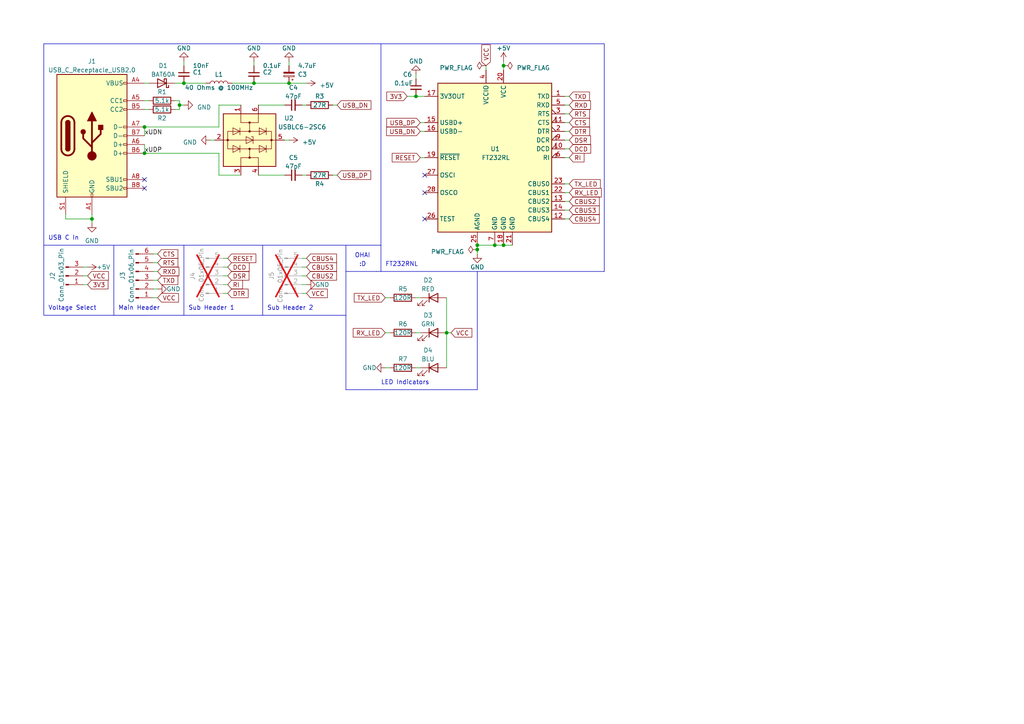
<source format=kicad_sch>
(kicad_sch (version 20230121) (generator eeschema)
  (paper "A4")
  (lib_symbols
    (symbol "Connector:Conn_01x03_Pin" (pin_names (offset 1.016) hide)
      (property "Reference" "J" (at 0 5.08 0))
      (property "Value" "Conn_01x03_Pin" (at 0 -5.08 0))
      (symbol "Conn_01x03_Pin_1_1"
        (polyline (pts (xy 1.27 -2.54) (xy 0.8636 -2.54)) (stroke (width 0.1524)))
        (polyline (pts (xy 1.27 0) (xy 0.8636 0)) (stroke (width 0.1524)))
        (polyline (pts (xy 1.27 2.54) (xy 0.8636 2.54)) (stroke (width 0.1524)))
        (rectangle (start 0.8636 -2.413) (end 0 -2.667) (stroke (width 0.1524)) (fill (type outline)))
        (rectangle (start 0.8636 0.127) (end 0 -0.127) (stroke (width 0.1524)) (fill (type outline)))
        (rectangle (start 0.8636 2.667) (end 0 2.413) (stroke (width 0.1524)) (fill (type outline)))
        (pin passive line (at 5.08 2.54 180) (length 3.81) (name "Pin_1") (number "1"))
        (pin passive line (at 5.08 0 180) (length 3.81) (name "Pin_2") (number "2"))
        (pin passive line (at 5.08 -2.54 180) (length 3.81) (name "Pin_3") (number "3"))
      )
    )
    (symbol "Connector:Conn_01x05_Pin" (pin_names (offset 1.016) hide)
      (property "Reference" "J" (at 0 7.62 0))
      (property "Value" "Conn_01x05_Pin" (at 0 -7.62 0))
      (symbol "Conn_01x05_Pin_1_1"
        (polyline (pts (xy 1.27 -5.08) (xy 0.8636 -5.08)) (stroke (width 0.1524)))
        (polyline (pts (xy 1.27 -2.54) (xy 0.8636 -2.54)) (stroke (width 0.1524)))
        (polyline (pts (xy 1.27 0) (xy 0.8636 0)) (stroke (width 0.1524)))
        (polyline (pts (xy 1.27 2.54) (xy 0.8636 2.54)) (stroke (width 0.1524)))
        (polyline (pts (xy 1.27 5.08) (xy 0.8636 5.08)) (stroke (width 0.1524)))
        (rectangle (start 0.8636 -4.953) (end 0 -5.207) (stroke (width 0.1524)) (fill (type outline)))
        (rectangle (start 0.8636 -2.413) (end 0 -2.667) (stroke (width 0.1524)) (fill (type outline)))
        (rectangle (start 0.8636 0.127) (end 0 -0.127) (stroke (width 0.1524)) (fill (type outline)))
        (rectangle (start 0.8636 2.667) (end 0 2.413) (stroke (width 0.1524)) (fill (type outline)))
        (rectangle (start 0.8636 5.207) (end 0 4.953) (stroke (width 0.1524)) (fill (type outline)))
        (pin passive line (at 5.08 5.08 180) (length 3.81) (name "Pin_1") (number "1"))
        (pin passive line (at 5.08 2.54 180) (length 3.81) (name "Pin_2") (number "2"))
        (pin passive line (at 5.08 0 180) (length 3.81) (name "Pin_3") (number "3"))
        (pin passive line (at 5.08 -2.54 180) (length 3.81) (name "Pin_4") (number "4"))
        (pin passive line (at 5.08 -5.08 180) (length 3.81) (name "Pin_5") (number "5"))
      )
    )
    (symbol "Connector:Conn_01x06_Pin" (pin_names (offset 1.016) hide)
      (property "Reference" "J" (at 0 7.62 0))
      (property "Value" "Conn_01x06_Pin" (at 0 -10.16 0))
      (symbol "Conn_01x06_Pin_1_1"
        (polyline (pts (xy 1.27 -7.62) (xy 0.8636 -7.62)) (stroke (width 0.1524)))
        (polyline (pts (xy 1.27 -5.08) (xy 0.8636 -5.08)) (stroke (width 0.1524)))
        (polyline (pts (xy 1.27 -2.54) (xy 0.8636 -2.54)) (stroke (width 0.1524)))
        (polyline (pts (xy 1.27 0) (xy 0.8636 0)) (stroke (width 0.1524)))
        (polyline (pts (xy 1.27 2.54) (xy 0.8636 2.54)) (stroke (width 0.1524)))
        (polyline (pts (xy 1.27 5.08) (xy 0.8636 5.08)) (stroke (width 0.1524)))
        (rectangle (start 0.8636 -7.493) (end 0 -7.747) (stroke (width 0.1524)) (fill (type outline)))
        (rectangle (start 0.8636 -4.953) (end 0 -5.207) (stroke (width 0.1524)) (fill (type outline)))
        (rectangle (start 0.8636 -2.413) (end 0 -2.667) (stroke (width 0.1524)) (fill (type outline)))
        (rectangle (start 0.8636 0.127) (end 0 -0.127) (stroke (width 0.1524)) (fill (type outline)))
        (rectangle (start 0.8636 2.667) (end 0 2.413) (stroke (width 0.1524)) (fill (type outline)))
        (rectangle (start 0.8636 5.207) (end 0 4.953) (stroke (width 0.1524)) (fill (type outline)))
        (pin passive line (at 5.08 5.08 180) (length 3.81) (name "Pin_1") (number "1"))
        (pin passive line (at 5.08 2.54 180) (length 3.81) (name "Pin_2") (number "2"))
        (pin passive line (at 5.08 0 180) (length 3.81) (name "Pin_3") (number "3"))
        (pin passive line (at 5.08 -2.54 180) (length 3.81) (name "Pin_4") (number "4"))
        (pin passive line (at 5.08 -5.08 180) (length 3.81) (name "Pin_5") (number "5"))
        (pin passive line (at 5.08 -7.62 180) (length 3.81) (name "Pin_6") (number "6"))
      )
    )
    (symbol "Connector:USB_C_Receptacle_USB2.0" (pin_names (offset 1.016))
      (property "Reference" "J" (at -10.16 19.05 0))
      (property "Value" "USB_C_Receptacle_USB2.0" (at 19.05 19.05 0))
      (symbol "USB_C_Receptacle_USB2.0_0_0"
        (rectangle (start -0.254 -17.78) (end 0.254 -16.764))
        (rectangle (start 10.16 -14.986) (end 9.144 -15.494))
        (rectangle (start 10.16 -12.446) (end 9.144 -12.954))
        (rectangle (start 10.16 -4.826) (end 9.144 -5.334))
        (rectangle (start 10.16 -2.286) (end 9.144 -2.794))
        (rectangle (start 10.16 0.254) (end 9.144 -0.254))
        (rectangle (start 10.16 2.794) (end 9.144 2.286))
        (rectangle (start 10.16 7.874) (end 9.144 7.366))
        (rectangle (start 10.16 10.414) (end 9.144 9.906))
        (rectangle (start 10.16 15.494) (end 9.144 14.986))
      )
      (symbol "USB_C_Receptacle_USB2.0_0_1"
        (rectangle (start -10.16 17.78) (end 10.16 -17.78) (stroke (width 0.254)) (fill (type background)))
        (arc (start -8.89 -3.81) (mid -6.985 -5.7067) (end -5.08 -3.81) (stroke (width 0.508)))
        (arc (start -7.62 -3.81) (mid -6.985 -4.4423) (end -6.35 -3.81) (stroke (width 0.254)))
        (arc (start -7.62 -3.81) (mid -6.985 -4.4423) (end -6.35 -3.81) (stroke (width 0.254)) (fill (type outline)))
        (rectangle (start -7.62 -3.81) (end -6.35 3.81) (stroke (width 0.254)) (fill (type outline)))
        (arc (start -6.35 3.81) (mid -6.985 4.4423) (end -7.62 3.81) (stroke (width 0.254)))
        (arc (start -6.35 3.81) (mid -6.985 4.4423) (end -7.62 3.81) (stroke (width 0.254)) (fill (type outline)))
        (arc (start -5.08 3.81) (mid -6.985 5.7067) (end -8.89 3.81) (stroke (width 0.508)))
        (circle (center -2.54 1.143) (radius 0.635) (stroke (width 0.254)) (fill (type outline)))
        (circle (center 0 -5.842) (radius 1.27) (fill (type outline)))
        (polyline (pts (xy -8.89 -3.81) (xy -8.89 3.81)) (stroke (width 0.508)))
        (polyline (pts (xy -5.08 3.81) (xy -5.08 -3.81)) (stroke (width 0.508)))
        (polyline (pts (xy 0 -5.842) (xy 0 4.318)) (stroke (width 0.508)))
        (polyline (pts (xy 0 -3.302) (xy -2.54 -0.762) (xy -2.54 0.508)) (stroke (width 0.508)))
        (polyline (pts (xy 0 -2.032) (xy 2.54 0.508) (xy 2.54 1.778)) (stroke (width 0.508)))
        (polyline (pts (xy -1.27 4.318) (xy 0 6.858) (xy 1.27 4.318) (xy -1.27 4.318)) (stroke (width 0.254)) (fill (type outline)))
        (rectangle (start 1.905 1.778) (end 3.175 3.048) (stroke (width 0.254)) (fill (type outline)))
      )
      (symbol "USB_C_Receptacle_USB2.0_1_1"
        (pin passive line (at 0 -22.86 90) (length 5.08) (name "GND") (number "A1"))
        (pin passive line (at 0 -22.86 90) (length 5.08) hide (name "GND") (number "A12"))
        (pin passive line (at 15.24 15.24 180) (length 5.08) (name "VBUS") (number "A4"))
        (pin bidirectional line (at 15.24 10.16 180) (length 5.08) (name "CC1") (number "A5"))
        (pin bidirectional line (at 15.24 -2.54 180) (length 5.08) (name "D+") (number "A6"))
        (pin bidirectional line (at 15.24 2.54 180) (length 5.08) (name "D-") (number "A7"))
        (pin bidirectional line (at 15.24 -12.7 180) (length 5.08) (name "SBU1") (number "A8"))
        (pin passive line (at 15.24 15.24 180) (length 5.08) hide (name "VBUS") (number "A9"))
        (pin passive line (at 0 -22.86 90) (length 5.08) hide (name "GND") (number "B1"))
        (pin passive line (at 0 -22.86 90) (length 5.08) hide (name "GND") (number "B12"))
        (pin passive line (at 15.24 15.24 180) (length 5.08) hide (name "VBUS") (number "B4"))
        (pin bidirectional line (at 15.24 7.62 180) (length 5.08) (name "CC2") (number "B5"))
        (pin bidirectional line (at 15.24 -5.08 180) (length 5.08) (name "D+") (number "B6"))
        (pin bidirectional line (at 15.24 0 180) (length 5.08) (name "D-") (number "B7"))
        (pin bidirectional line (at 15.24 -15.24 180) (length 5.08) (name "SBU2") (number "B8"))
        (pin passive line (at 15.24 15.24 180) (length 5.08) hide (name "VBUS") (number "B9"))
        (pin passive line (at -7.62 -22.86 90) (length 5.08) (name "SHIELD") (number "S1"))
      )
    )
    (symbol "Device:C_Polarized_Small" (pin_numbers hide) (pin_names (offset 0.254) hide)
      (property "Reference" "C" (at 0.254 1.778 0))
      (property "Value" "C_Polarized_Small" (at 0.254 -2.032 0))
      (symbol "C_Polarized_Small_0_1"
        (rectangle (start -1.524 -0.3048) (end 1.524 -0.6858) (fill (type outline)))
        (rectangle (start -1.524 0.6858) (end 1.524 0.3048))
        (polyline (pts (xy -1.27 1.524) (xy -0.762 1.524)))
        (polyline (pts (xy -1.016 1.27) (xy -1.016 1.778)))
      )
      (symbol "C_Polarized_Small_1_1"
        (pin passive line (at 0 2.54 270) (length 1.8542) (name "~") (number "1"))
        (pin passive line (at 0 -2.54 90) (length 1.8542) (name "~") (number "2"))
      )
    )
    (symbol "Device:C_Small" (pin_numbers hide) (pin_names (offset 0.254) hide)
      (property "Reference" "C" (at 0.254 1.778 0))
      (property "Value" "C_Small" (at 0.254 -2.032 0))
      (symbol "C_Small_0_1"
        (polyline (pts (xy -1.524 -0.508) (xy 1.524 -0.508)) (stroke (width 0.3302)))
        (polyline (pts (xy -1.524 0.508) (xy 1.524 0.508)) (stroke (width 0.3048)))
      )
      (symbol "C_Small_1_1"
        (pin passive line (at 0 2.54 270) (length 2.032) (name "~") (number "1"))
        (pin passive line (at 0 -2.54 90) (length 2.032) (name "~") (number "2"))
      )
    )
    (symbol "Device:L" (pin_numbers hide) (pin_names (offset 1.016) hide)
      (property "Reference" "L" (at -1.27 0 90))
      (property "Value" "L" (at 1.905 0 90))
      (symbol "L_0_1"
        (arc (start 0 -2.54) (mid 0.6323 -1.905) (end 0 -1.27))
        (arc (start 0 -1.27) (mid 0.6323 -0.635) (end 0 0))
        (arc (start 0 0) (mid 0.6323 0.635) (end 0 1.27))
        (arc (start 0 1.27) (mid 0.6323 1.905) (end 0 2.54))
      )
      (symbol "L_1_1"
        (pin passive line (at 0 3.81 270) (length 1.27) (name "1") (number "1"))
        (pin passive line (at 0 -3.81 90) (length 1.27) (name "2") (number "2"))
      )
    )
    (symbol "Device:LED" (pin_numbers hide) (pin_names (offset 1.016) hide)
      (property "Reference" "D" (at 0 2.54 0))
      (property "Value" "LED" (at 0 -2.54 0))
      (symbol "LED_0_1"
        (polyline (pts (xy -1.27 -1.27) (xy -1.27 1.27)) (stroke (width 0.254)))
        (polyline (pts (xy -1.27 0) (xy 1.27 0)))
        (polyline (pts (xy 1.27 -1.27) (xy 1.27 1.27) (xy -1.27 0) (xy 1.27 -1.27)) (stroke (width 0.254)))
        (polyline (pts (xy -3.048 -0.762) (xy -4.572 -2.286) (xy -3.81 -2.286) (xy -4.572 -2.286) (xy -4.572 -1.524)))
        (polyline (pts (xy -1.778 -0.762) (xy -3.302 -2.286) (xy -2.54 -2.286) (xy -3.302 -2.286) (xy -3.302 -1.524)))
      )
      (symbol "LED_1_1"
        (pin passive line (at -3.81 0 0) (length 2.54) (name "K") (number "1"))
        (pin passive line (at 3.81 0 180) (length 2.54) (name "A") (number "2"))
      )
    )
    (symbol "Device:R" (pin_numbers hide) (pin_names (offset 0))
      (property "Reference" "R" (at 2.032 0 90))
      (property "Value" "R" (at 0 0 90))
      (symbol "R_0_1"
        (rectangle (start -1.016 -2.54) (end 1.016 2.54) (stroke (width 0.254)))
      )
      (symbol "R_1_1"
        (pin passive line (at 0 3.81 270) (length 1.27) (name "~") (number "1"))
        (pin passive line (at 0 -3.81 90) (length 1.27) (name "~") (number "2"))
      )
    )
    (symbol "Diode:BAT60A" (pin_numbers hide) (pin_names (offset 1.016) hide)
      (property "Reference" "D" (at 0 2.54 0))
      (property "Value" "BAT60A" (at 0 -2.54 0))
      (symbol "BAT60A_0_1"
        (polyline (pts (xy 1.27 0) (xy -1.27 0)))
        (polyline (pts (xy 1.27 1.27) (xy 1.27 -1.27) (xy -1.27 0) (xy 1.27 1.27)) (stroke (width 0.254)))
        (polyline (pts (xy -1.905 0.635) (xy -1.905 1.27) (xy -1.27 1.27) (xy -1.27 -1.27) (xy -0.635 -1.27) (xy -0.635 -0.635)) (stroke (width 0.254)))
      )
      (symbol "BAT60A_1_1"
        (pin passive line (at -3.81 0 0) (length 2.54) (name "K") (number "1"))
        (pin passive line (at 3.81 0 180) (length 2.54) (name "A") (number "2"))
      )
    )
    (symbol "Interface_USB:FT232RL"
      (property "Reference" "U" (at -16.51 22.86 0))
      (property "Value" "FT232RL" (at 10.16 22.86 0))
      (symbol "FT232RL_0_1"
        (rectangle (start -16.51 21.59) (end 16.51 -21.59) (stroke (width 0.254)) (fill (type background)))
      )
      (symbol "FT232RL_1_1"
        (pin output line (at 20.32 17.78 180) (length 3.81) (name "TXD") (number "1"))
        (pin input input_low (at 20.32 2.54 180) (length 3.81) (name "DCD") (number "10"))
        (pin input input_low (at 20.32 10.16 180) (length 3.81) (name "CTS") (number "11"))
        (pin bidirectional line (at 20.32 -17.78 180) (length 3.81) (name "CBUS4") (number "12"))
        (pin bidirectional line (at 20.32 -12.7 180) (length 3.81) (name "CBUS2") (number "13"))
        (pin bidirectional line (at 20.32 -15.24 180) (length 3.81) (name "CBUS3") (number "14"))
        (pin bidirectional line (at -20.32 10.16 0) (length 3.81) (name "USBD+") (number "15"))
        (pin bidirectional line (at -20.32 7.62 0) (length 3.81) (name "USBD-") (number "16"))
        (pin power_out line (at -20.32 17.78 0) (length 3.81) (name "3V3OUT") (number "17"))
        (pin power_in line (at 2.54 -25.4 90) (length 3.81) (name "GND") (number "18"))
        (pin input line (at -20.32 0 0) (length 3.81) (name "~{RESET}") (number "19"))
        (pin output output_low (at 20.32 7.62 180) (length 3.81) (name "DTR") (number "2"))
        (pin power_in line (at 2.54 25.4 270) (length 3.81) (name "VCC") (number "20"))
        (pin power_in line (at 5.08 -25.4 90) (length 3.81) (name "GND") (number "21"))
        (pin bidirectional line (at 20.32 -10.16 180) (length 3.81) (name "CBUS1") (number "22"))
        (pin bidirectional line (at 20.32 -7.62 180) (length 3.81) (name "CBUS0") (number "23"))
        (pin power_in line (at -5.08 -25.4 90) (length 3.81) (name "AGND") (number "25"))
        (pin input line (at -20.32 -17.78 0) (length 3.81) (name "TEST") (number "26"))
        (pin input line (at -20.32 -5.08 0) (length 3.81) (name "OSCI") (number "27"))
        (pin output line (at -20.32 -10.16 0) (length 3.81) (name "OSCO") (number "28"))
        (pin output output_low (at 20.32 12.7 180) (length 3.81) (name "RTS") (number "3"))
        (pin power_in line (at -2.54 25.4 270) (length 3.81) (name "VCCIO") (number "4"))
        (pin input line (at 20.32 15.24 180) (length 3.81) (name "RXD") (number "5"))
        (pin input input_low (at 20.32 0 180) (length 3.81) (name "RI") (number "6"))
        (pin power_in line (at 0 -25.4 90) (length 3.81) (name "GND") (number "7"))
        (pin input input_low (at 20.32 5.08 180) (length 3.81) (name "DCR") (number "9"))
      )
    )
    (symbol "Power_Protection:USBLC6-2SC6" (pin_names hide)
      (property "Reference" "U" (at 2.54 8.89 0))
      (property "Value" "USBLC6-2SC6" (at 2.54 -8.89 0))
      (symbol "USBLC6-2SC6_0_1"
        (rectangle (start -7.62 -7.62) (end 7.62 7.62) (stroke (width 0.254)) (fill (type background)))
        (circle (center -5.08 0) (radius 0.254) (fill (type outline)))
        (circle (center -2.54 0) (radius 0.254) (fill (type outline)))
        (rectangle (start -2.54 6.35) (end 2.54 -6.35))
        (circle (center 0 -6.35) (radius 0.254) (fill (type outline)))
        (polyline (pts (xy -5.08 -2.54) (xy -7.62 -2.54)))
        (polyline (pts (xy -5.08 0) (xy -5.08 -2.54)))
        (polyline (pts (xy -5.08 2.54) (xy -7.62 2.54)))
        (polyline (pts (xy -1.524 -2.794) (xy -3.556 -2.794)))
        (polyline (pts (xy -1.524 4.826) (xy -3.556 4.826)))
        (polyline (pts (xy 0 -7.62) (xy 0 -6.35)))
        (polyline (pts (xy 0 -6.35) (xy 0 1.27)))
        (polyline (pts (xy 0 1.27) (xy 0 6.35)))
        (polyline (pts (xy 0 6.35) (xy 0 7.62)))
        (polyline (pts (xy 1.524 -2.794) (xy 3.556 -2.794)))
        (polyline (pts (xy 1.524 4.826) (xy 3.556 4.826)))
        (polyline (pts (xy 5.08 -2.54) (xy 7.62 -2.54)))
        (polyline (pts (xy 5.08 0) (xy 5.08 -2.54)))
        (polyline (pts (xy 5.08 2.54) (xy 7.62 2.54)))
        (polyline (pts (xy -2.54 0) (xy -5.08 0) (xy -5.08 2.54)))
        (polyline (pts (xy 2.54 0) (xy 5.08 0) (xy 5.08 2.54)))
        (polyline (pts (xy -3.556 -4.826) (xy -1.524 -4.826) (xy -2.54 -2.794) (xy -3.556 -4.826)))
        (polyline (pts (xy -3.556 2.794) (xy -1.524 2.794) (xy -2.54 4.826) (xy -3.556 2.794)))
        (polyline (pts (xy -1.016 -1.016) (xy 1.016 -1.016) (xy 0 1.016) (xy -1.016 -1.016)))
        (polyline (pts (xy 1.016 1.016) (xy 0.762 1.016) (xy -1.016 1.016) (xy -1.016 0.508)))
        (polyline (pts (xy 3.556 -4.826) (xy 1.524 -4.826) (xy 2.54 -2.794) (xy 3.556 -4.826)))
        (polyline (pts (xy 3.556 2.794) (xy 1.524 2.794) (xy 2.54 4.826) (xy 3.556 2.794)))
        (circle (center 0 6.35) (radius 0.254) (fill (type outline)))
        (circle (center 2.54 0) (radius 0.254) (fill (type outline)))
        (circle (center 5.08 0) (radius 0.254) (fill (type outline)))
      )
      (symbol "USBLC6-2SC6_1_1"
        (pin passive line (at -10.16 -2.54 0) (length 2.54) (name "I/O1") (number "1"))
        (pin passive line (at 0 -10.16 90) (length 2.54) (name "GND") (number "2"))
        (pin passive line (at 10.16 -2.54 180) (length 2.54) (name "I/O2") (number "3"))
        (pin passive line (at 10.16 2.54 180) (length 2.54) (name "I/O2") (number "4"))
        (pin passive line (at 0 10.16 270) (length 2.54) (name "VBUS") (number "5"))
        (pin passive line (at -10.16 2.54 0) (length 2.54) (name "I/O1") (number "6"))
      )
    )
    (symbol "power:+5V" (power) (pin_names (offset 0))
      (property "Value" "+5V" (at 0 3.556 0))
      (symbol "+5V_0_1"
        (polyline (pts (xy -0.762 1.27) (xy 0 2.54)))
        (polyline (pts (xy 0 0) (xy 0 2.54)))
        (polyline (pts (xy 0 2.54) (xy 0.762 1.27)))
      )
      (symbol "+5V_1_1"
        (pin power_in line (at 0 0 90) (length 0) hide (name "+5V") (number "1"))
      )
    )
    (symbol "power:GND" (power) (pin_names (offset 0))
      (property "Value" "GND" (at 0 -3.81 0))
      (symbol "GND_0_1"
        (polyline (pts (xy 0 0) (xy 0 -1.27) (xy 1.27 -1.27) (xy 0 -2.54) (xy -1.27 -1.27) (xy 0 -1.27)))
      )
      (symbol "GND_1_1"
        (pin power_in line (at 0 0 270) (length 0) hide (name "GND") (number "1"))
      )
    )
    (symbol "power:PWR_FLAG" (power) (pin_numbers hide) (pin_names (offset 0) hide)
      (property "Value" "PWR_FLAG" (at 0 3.81 0))
      (symbol "PWR_FLAG_0_0"
        (pin power_out line (at 0 0 90) (length 0) (name "pwr") (number "1"))
      )
      (symbol "PWR_FLAG_0_1"
        (polyline (pts (xy 0 0) (xy 0 1.27) (xy -1.016 1.905) (xy 0 2.54) (xy 1.016 1.905) (xy 0 1.27)))
      )
    )
  )
  (junction (at 53.34 24.13))
  (junction (at 138.43 72.39))
  (junction (at 120.65 27.94))
  (junction (at 73.66 24.13))
  (junction (at 143.51 71.12))
  (junction (at 138.43 71.12))
  (junction (at 83.82 24.13))
  (junction (at 26.67 63.5))
  (junction (at 41.91 36.83))
  (junction (at 129.54 96.52))
  (junction (at 52.07 30.48))
  (junction (at 41.91 44.45))
  (junction (at 146.05 71.12))
  (junction (at 146.05 19.05))
  (no_connect (at 41.91 52.07))
  (no_connect (at 123.19 55.88))
  (no_connect (at 123.19 63.5))
  (no_connect (at 123.19 50.8))
  (no_connect (at 41.91 54.61))
  (wire (pts (xy 44.45 81.28) (xy 45.72 81.28)))
  (polyline (pts (xy 53.34 91.44) (xy 76.2 91.44)))
  (wire (pts (xy 146.05 17.78) (xy 146.05 19.05)))
  (wire (pts (xy 96.52 30.48) (xy 97.79 30.48)))
  (wire (pts (xy 96.52 50.8) (xy 97.79 50.8)))
  (polyline (pts (xy 12.7 12.7) (xy 12.7 71.12)))
  (wire (pts (xy 41.91 31.75) (xy 43.18 31.75)))
  (wire (pts (xy 44.45 73.66) (xy 45.72 73.66)))
  (wire (pts (xy 50.8 29.21) (xy 52.07 29.21)))
  (polyline (pts (xy 53.34 91.44) (xy 53.34 71.12)))
  (wire (pts (xy 67.31 24.13) (xy 73.66 24.13)))
  (wire (pts (xy 121.92 45.72) (xy 123.19 45.72)))
  (wire (pts (xy 83.82 24.13) (xy 88.9 24.13)))
  (wire (pts (xy 163.83 60.96) (xy 165.1 60.96)))
  (wire (pts (xy 163.83 38.1) (xy 165.1 38.1)))
  (wire (pts (xy 63.5 50.8) (xy 69.85 50.8)))
  (wire (pts (xy 64.77 77.47) (xy 66.04 77.47)))
  (wire (pts (xy 111.76 106.68) (xy 113.03 106.68)))
  (wire (pts (xy 83.82 17.78) (xy 83.82 19.05)))
  (wire (pts (xy 50.8 31.75) (xy 52.07 31.75)))
  (wire (pts (xy 53.34 24.13) (xy 59.69 24.13)))
  (polyline (pts (xy 33.02 91.44) (xy 33.02 71.12)))
  (wire (pts (xy 41.91 41.91) (xy 41.91 44.45)))
  (wire (pts (xy 44.45 83.82) (xy 45.72 83.82)))
  (wire (pts (xy 26.67 63.5) (xy 26.67 64.77)))
  (wire (pts (xy 19.05 63.5) (xy 26.67 63.5)))
  (wire (pts (xy 41.91 39.37) (xy 41.91 36.83)))
  (wire (pts (xy 111.76 96.52) (xy 113.03 96.52)))
  (wire (pts (xy 163.83 45.72) (xy 165.1 45.72)))
  (wire (pts (xy 120.65 86.36) (xy 121.92 86.36)))
  (polyline (pts (xy 100.33 91.44) (xy 100.33 113.03)))
  (wire (pts (xy 143.51 71.12) (xy 138.43 71.12)))
  (wire (pts (xy 138.43 72.39) (xy 138.43 73.66)))
  (wire (pts (xy 163.83 43.18) (xy 165.1 43.18)))
  (wire (pts (xy 41.91 44.45) (xy 63.5 44.45)))
  (wire (pts (xy 163.83 40.64) (xy 165.1 40.64)))
  (wire (pts (xy 52.07 30.48) (xy 53.34 30.48)))
  (wire (pts (xy 129.54 86.36) (xy 129.54 96.52)))
  (wire (pts (xy 163.83 27.94) (xy 165.1 27.94)))
  (wire (pts (xy 163.83 58.42) (xy 165.1 58.42)))
  (wire (pts (xy 138.43 71.12) (xy 138.43 72.39)))
  (wire (pts (xy 87.63 85.09) (xy 88.9 85.09)))
  (polyline (pts (xy 100.33 113.03) (xy 109.22 113.03)))
  (wire (pts (xy 24.13 80.01) (xy 25.4 80.01)))
  (polyline (pts (xy 12.7 71.12) (xy 12.7 91.44)))
  (polyline (pts (xy 12.7 91.44) (xy 33.02 91.44)))
  (wire (pts (xy 87.63 80.01) (xy 88.9 80.01)))
  (wire (pts (xy 41.91 36.83) (xy 63.5 36.83)))
  (polyline (pts (xy 138.43 113.03) (xy 138.43 78.74)))
  (wire (pts (xy 163.83 33.02) (xy 165.1 33.02)))
  (wire (pts (xy 63.5 30.48) (xy 69.85 30.48)))
  (wire (pts (xy 163.83 53.34) (xy 165.1 53.34)))
  (wire (pts (xy 82.55 40.64) (xy 83.82 40.64)))
  (wire (pts (xy 73.66 17.78) (xy 73.66 19.05)))
  (wire (pts (xy 146.05 19.05) (xy 146.05 20.32)))
  (wire (pts (xy 63.5 44.45) (xy 63.5 50.8)))
  (wire (pts (xy 24.13 77.47) (xy 25.4 77.47)))
  (polyline (pts (xy 109.22 113.03) (xy 138.43 113.03)))
  (wire (pts (xy 52.07 30.48) (xy 52.07 31.75)))
  (polyline (pts (xy 175.26 12.7) (xy 110.49 12.7)))
  (wire (pts (xy 73.66 24.13) (xy 83.82 24.13)))
  (polyline (pts (xy 100.33 78.74) (xy 109.22 78.74)))
  (wire (pts (xy 87.63 82.55) (xy 88.9 82.55)))
  (wire (pts (xy 111.76 86.36) (xy 113.03 86.36)))
  (wire (pts (xy 41.91 24.13) (xy 43.18 24.13)))
  (polyline (pts (xy 12.7 71.12) (xy 110.49 71.12)))
  (wire (pts (xy 63.5 36.83) (xy 63.5 30.48)))
  (wire (pts (xy 121.92 38.1) (xy 123.19 38.1)))
  (polyline (pts (xy 100.33 71.12) (xy 100.33 91.44)))
  (wire (pts (xy 130.81 96.52) (xy 129.54 96.52)))
  (wire (pts (xy 74.93 50.8) (xy 82.55 50.8)))
  (wire (pts (xy 64.77 82.55) (xy 66.04 82.55)))
  (wire (pts (xy 163.83 35.56) (xy 165.1 35.56)))
  (polyline (pts (xy 110.49 71.12) (xy 110.49 78.74)))
  (wire (pts (xy 146.05 71.12) (xy 143.51 71.12)))
  (wire (pts (xy 60.96 40.64) (xy 62.23 40.64)))
  (wire (pts (xy 74.93 30.48) (xy 82.55 30.48)))
  (wire (pts (xy 87.63 77.47) (xy 88.9 77.47)))
  (wire (pts (xy 64.77 80.01) (xy 66.04 80.01)))
  (wire (pts (xy 41.91 29.21) (xy 43.18 29.21)))
  (wire (pts (xy 120.65 96.52) (xy 121.92 96.52)))
  (wire (pts (xy 118.11 27.94) (xy 120.65 27.94)))
  (wire (pts (xy 87.63 30.48) (xy 88.9 30.48)))
  (wire (pts (xy 24.13 82.55) (xy 25.4 82.55)))
  (wire (pts (xy 129.54 96.52) (xy 129.54 106.68)))
  (polyline (pts (xy 110.49 12.7) (xy 12.7 12.7)))
  (polyline (pts (xy 76.2 91.44) (xy 100.33 91.44)))
  (polyline (pts (xy 76.2 91.44) (xy 76.2 71.12)))
  (wire (pts (xy 19.05 62.23) (xy 19.05 63.5)))
  (wire (pts (xy 50.8 24.13) (xy 53.34 24.13)))
  (polyline (pts (xy 110.49 71.12) (xy 110.49 12.7)))
  (polyline (pts (xy 33.02 91.44) (xy 53.34 91.44)))
  (wire (pts (xy 26.67 62.23) (xy 26.67 63.5)))
  (wire (pts (xy 44.45 76.2) (xy 45.72 76.2)))
  (wire (pts (xy 163.83 63.5) (xy 165.1 63.5)))
  (wire (pts (xy 64.77 74.93) (xy 66.04 74.93)))
  (wire (pts (xy 64.77 85.09) (xy 66.04 85.09)))
  (wire (pts (xy 44.45 86.36) (xy 45.72 86.36)))
  (wire (pts (xy 148.59 71.12) (xy 146.05 71.12)))
  (wire (pts (xy 53.34 17.78) (xy 53.34 19.05)))
  (wire (pts (xy 163.83 30.48) (xy 165.1 30.48)))
  (wire (pts (xy 121.92 35.56) (xy 123.19 35.56)))
  (wire (pts (xy 44.45 78.74) (xy 45.72 78.74)))
  (wire (pts (xy 87.63 74.93) (xy 88.9 74.93)))
  (polyline (pts (xy 175.26 78.74) (xy 175.26 12.7)))
  (wire (pts (xy 140.97 19.05) (xy 140.97 20.32)))
  (wire (pts (xy 120.65 27.94) (xy 123.19 27.94)))
  (wire (pts (xy 163.83 55.88) (xy 165.1 55.88)))
  (polyline (pts (xy 33.02 91.44) (xy 43.18 91.44)))
  (wire (pts (xy 120.65 106.68) (xy 121.92 106.68)))
  (polyline (pts (xy 109.22 78.74) (xy 175.26 78.74)))
  (wire (pts (xy 87.63 50.8) (xy 88.9 50.8)))
  (wire (pts (xy 52.07 29.21) (xy 52.07 30.48)))
  (wire (pts (xy 120.65 21.59) (xy 120.65 22.86)))
  (text "LED Indicators" (at 110.49 111.76 0) (effects (font (size 1.27 1.27)) (justify left bottom)))
  (text ":D" (at 104.14 77.47 0) (effects (font (size 1.27 1.27)) (justify left bottom)))
  (text "FT232RNL" (at 111.76 77.47 0) (effects (font (size 1.27 1.27)) (justify left bottom)))
  (text "Voltage Select" (at 13.97 90.17 0) (effects (font (size 1.27 1.27)) (justify left bottom)))
  (text "OHAI" (at 102.87 74.93 0) (effects (font (size 1.27 1.27)) (justify left bottom)))
  (text "Main Header" (at 34.29 90.17 0) (effects (font (size 1.27 1.27)) (justify left bottom)))
  (text "Sub Header 2" (at 77.47 90.17 0) (effects (font (size 1.27 1.27)) (justify left bottom)))
  (text "Sub Header 1" (at 54.61 90.17 0) (effects (font (size 1.27 1.27)) (justify left bottom)))
  (text "USB C In" (at 13.97 69.85 0) (effects (font (size 1.27 1.27)) (justify left bottom)))
  (label "xUDP" (at 41.91 44.45 0))
  (label "xUDN" (at 41.91 39.37 0))
  (global_label "TX_LED" (shape input) (at 111.76 86.36 180) (property "Intersheetrefs" "${INTERSHEET_REFS}" (effects hide)))
  (global_label "VCC" (shape input) (at 45.72 86.36 0) (property "Intersheetrefs" "${INTERSHEET_REFS}" (effects hide)))
  (global_label "TXD" (shape input) (at 45.72 81.28 0) (property "Intersheetrefs" "${INTERSHEET_REFS}" (effects hide)))
  (global_label "USB_DN" (shape input) (at 97.79 30.48 0) (property "Intersheetrefs" "${INTERSHEET_REFS}" (effects hide)))
  (global_label "DCD" (shape input) (at 165.1 43.18 0) (property "Intersheetrefs" "${INTERSHEET_REFS}" (effects hide)))
  (global_label "RTS" (shape input) (at 45.72 76.2 0) (property "Intersheetrefs" "${INTERSHEET_REFS}" (effects hide)))
  (global_label "USB_DP" (shape input) (at 121.92 35.56 180) (property "Intersheetrefs" "${INTERSHEET_REFS}" (effects hide)))
  (global_label "VCC" (shape input) (at 140.97 19.05 90) (property "Intersheetrefs" "${INTERSHEET_REFS}" (effects hide)))
  (global_label "3V3" (shape input) (at 25.4 82.55 0) (property "Intersheetrefs" "${INTERSHEET_REFS}" (effects hide)))
  (global_label "TX_LED" (shape input) (at 165.1 53.34 0) (property "Intersheetrefs" "${INTERSHEET_REFS}" (effects hide)))
  (global_label "VCC" (shape input) (at 88.9 85.09 0) (property "Intersheetrefs" "${INTERSHEET_REFS}" (effects hide)))
  (global_label "USB_DN" (shape input) (at 121.92 38.1 180) (property "Intersheetrefs" "${INTERSHEET_REFS}" (effects hide)))
  (global_label "CBUS2" (shape input) (at 165.1 58.42 0) (property "Intersheetrefs" "${INTERSHEET_REFS}" (effects hide)))
  (global_label "RI" (shape input) (at 165.1 45.72 0) (property "Intersheetrefs" "${INTERSHEET_REFS}" (effects hide)))
  (global_label "RXD" (shape input) (at 165.1 30.48 0) (property "Intersheetrefs" "${INTERSHEET_REFS}" (effects hide)))
  (global_label "RTS" (shape input) (at 165.1 33.02 0) (property "Intersheetrefs" "${INTERSHEET_REFS}" (effects hide)))
  (global_label "3V3" (shape input) (at 118.11 27.94 180) (property "Intersheetrefs" "${INTERSHEET_REFS}" (effects hide)))
  (global_label "CBUS3" (shape input) (at 165.1 60.96 0) (property "Intersheetrefs" "${INTERSHEET_REFS}" (effects hide)))
  (global_label "USB_DP" (shape input) (at 97.79 50.8 0) (property "Intersheetrefs" "${INTERSHEET_REFS}" (effects hide)))
  (global_label "VCC" (shape input) (at 25.4 80.01 0) (property "Intersheetrefs" "${INTERSHEET_REFS}" (effects hide)))
  (global_label "DSR" (shape input) (at 165.1 40.64 0) (property "Intersheetrefs" "${INTERSHEET_REFS}" (effects hide)))
  (global_label "DTR" (shape input) (at 165.1 38.1 0) (property "Intersheetrefs" "${INTERSHEET_REFS}" (effects hide)))
  (global_label "CTS" (shape input) (at 45.72 73.66 0) (property "Intersheetrefs" "${INTERSHEET_REFS}" (effects hide)))
  (global_label "DTR" (shape input) (at 66.04 85.09 0) (property "Intersheetrefs" "${INTERSHEET_REFS}" (effects hide)))
  (global_label "RI" (shape input) (at 66.04 82.55 0) (property "Intersheetrefs" "${INTERSHEET_REFS}" (effects hide)))
  (global_label "DCD" (shape input) (at 66.04 77.47 0) (property "Intersheetrefs" "${INTERSHEET_REFS}" (effects hide)))
  (global_label "TXD" (shape input) (at 165.1 27.94 0) (property "Intersheetrefs" "${INTERSHEET_REFS}" (effects hide)))
  (global_label "RESET" (shape input) (at 66.04 74.93 0) (property "Intersheetrefs" "${INTERSHEET_REFS}" (effects hide)))
  (global_label "VCC" (shape input) (at 130.81 96.52 0) (property "Intersheetrefs" "${INTERSHEET_REFS}" (effects hide)))
  (global_label "RXD" (shape input) (at 45.72 78.74 0) (property "Intersheetrefs" "${INTERSHEET_REFS}" (effects hide)))
  (global_label "CBUS2" (shape input) (at 88.9 80.01 0) (property "Intersheetrefs" "${INTERSHEET_REFS}" (effects hide)))
  (global_label "CTS" (shape input) (at 165.1 35.56 0) (property "Intersheetrefs" "${INTERSHEET_REFS}" (effects hide)))
  (global_label "RX_LED" (shape input) (at 111.76 96.52 180) (property "Intersheetrefs" "${INTERSHEET_REFS}" (effects hide)))
  (global_label "CBUS4" (shape input) (at 88.9 74.93 0) (property "Intersheetrefs" "${INTERSHEET_REFS}" (effects hide)))
  (global_label "RESET" (shape input) (at 121.92 45.72 180) (property "Intersheetrefs" "${INTERSHEET_REFS}" (effects hide)))
  (global_label "CBUS4" (shape input) (at 165.1 63.5 0) (property "Intersheetrefs" "${INTERSHEET_REFS}" (effects hide)))
  (global_label "RX_LED" (shape input) (at 165.1 55.88 0) (property "Intersheetrefs" "${INTERSHEET_REFS}" (effects hide)))
  (global_label "CBUS3" (shape input) (at 88.9 77.47 0) (property "Intersheetrefs" "${INTERSHEET_REFS}" (effects hide)))
  (global_label "DSR" (shape input) (at 66.04 80.01 0) (property "Intersheetrefs" "${INTERSHEET_REFS}" (effects hide)))
  (symbol (lib_id "Device:R") (at 46.99 29.21 90) (unit 1)
    (property "Reference" "R1" (at 46.99 26.67 90))
    (property "Value" "5.1k" (at 46.99 29.21 90))
    (property "Footprint" "Resistor_SMD:R_0603_1608Metric" (effects hide))
  )
  (symbol (lib_id "Device:LED") (at 125.73 96.52 0) (unit 1)
    (property "Reference" "D3" (at 124.1425 91.44 0))
    (property "Value" "GRN" (at 124.1425 93.98 0))
    (property "Footprint" "LED_SMD:LED_0603_1608Metric" (effects hide))
    (property "Datasheet" "https://datasheet.lcsc.com/lcsc/2008201032_Foshan-NationStar-Optoelectronics-NCD0603G1_C84267.pdf" (effects hide))
    (property "LCSC Part #" "C84267" (effects hide))
  )
  (symbol (lib_id "Interface_USB:FT232RL") (at 143.51 45.72 0) (unit 1)
    (property "Reference" "U1" (at 142.24 43.18 0) (effects (justify left)))
    (property "Value" "FT232RL" (at 139.7 45.72 0) (effects (justify left)))
    (property "Footprint" "Package_SO:SSOP-28_5.3x10.2mm_P0.65mm" (effects hide))
    (property "Datasheet" "https://www.ftdichip.com/Support/Documents/DataSheets/ICs/DS_FT232R.pdf" (effects hide))
    (property "LCSC Part #" "C8690" (effects hide))
  )
  (symbol (lib_id "power:+5V") (at 146.05 17.78 0) (unit 1)
    (property "Reference" "#PWR010" (effects hide))
    (property "Value" "+5V" (at 146.05 13.97 0))
  )
  (symbol (lib_id "Device:C_Small") (at 120.65 25.4 0) (unit 1)
    (property "Reference" "C6" (at 116.84 21.59 0) (effects (justify left)))
    (property "Value" "0.1uF" (at 114.3 24.13 0) (effects (justify left)))
    (property "Footprint" "Capacitor_SMD:C_0603_1608Metric" (effects hide))
    (property "Datasheet" "https://datasheet.lcsc.com/lcsc/2211101700_YAGEO-CC0603KRX7R9BB104_C14663.pdf" (effects hide))
    (property "LCSC Part #" "C14663" (effects hide))
  )
  (symbol (lib_id "Connector:USB_C_Receptacle_USB2.0") (at 26.67 39.37 0) (unit 1)
    (property "Reference" "J1" (at 26.67 17.78 0))
    (property "Value" "USB_C_Receptacle_USB2.0" (at 26.67 20.32 0))
    (property "Footprint" "Connector_USB:USB_C_Receptacle_G-Switch_GT-USB-7010ASV" (effects hide))
    (property "Datasheet" "https://datasheet.lcsc.com/lcsc/2303271630_G-Switch-GT-USB-7010ASV_C2988369.pdf" (effects hide))
    (property "LCSC Part #" "C2988369" (effects hide))
  )
  (symbol (lib_id "power:PWR_FLAG") (at 138.43 72.39 90) (unit 1)
    (property "Reference" "#FLG03" (effects hide))
    (property "Value" "PWR_FLAG" (at 134.62 73.025 90) (effects (justify left)))
  )
  (symbol (lib_id "power:GND") (at 73.66 17.78 180) (unit 1)
    (property "Reference" "#PWR08" (effects hide))
    (property "Value" "GND" (at 73.66 13.97 0))
  )
  (symbol (lib_id "power:+5V") (at 83.82 40.64 270) (unit 1)
    (property "Reference" "#PWR04" (effects hide))
    (property "Value" "+5V" (at 87.63 41.275 90) (effects (justify left)))
  )
  (symbol (lib_id "Device:L") (at 63.5 24.13 90) (unit 1)
    (property "Reference" "L1" (at 63.5 21.59 90))
    (property "Value" "40 Ohms @ 100MHz" (at 63.5 25.4 90))
    (property "Footprint" "Inductor_SMD:L_0603_1608Metric" (effects hide))
    (property "Datasheet" "https://datasheet.lcsc.com/lcsc/2304140030_Chilisin-Elec-PBY160808T-400Y-N_C142073.pdf" (effects hide))
    (property "LCSC Part #" "C142073" (effects hide))
  )
  (symbol (lib_id "power:GND") (at 26.67 64.77 0) (unit 1)
    (property "Reference" "#PWR01" (effects hide))
    (property "Value" "GND" (at 26.67 69.85 0))
  )
  (symbol (lib_id "power:GND") (at 88.9 82.55 90) (unit 1)
    (property "Reference" "#PWR014" (effects hide))
    (property "Value" "GND" (at 91.44 82.55 90) (effects (justify right)))
  )
  (symbol (lib_id "Device:R") (at 92.71 30.48 90) (unit 1)
    (property "Reference" "R3" (at 92.71 27.94 90))
    (property "Value" "27R" (at 92.71 30.48 90))
    (property "Footprint" "Resistor_SMD:R_0603_1608Metric" (effects hide))
  )
  (symbol (lib_id "Device:R") (at 116.84 86.36 90) (unit 1)
    (property "Reference" "R5" (at 116.84 83.82 90))
    (property "Value" "120R" (at 116.84 86.36 90))
    (property "Footprint" "Resistor_SMD:R_0603_1608Metric" (effects hide))
  )
  (symbol (lib_id "power:GND") (at 83.82 17.78 180) (unit 1)
    (property "Reference" "#PWR06" (effects hide))
    (property "Value" "GND" (at 83.82 13.97 0))
  )
  (symbol (lib_id "Device:C_Small") (at 85.09 30.48 90) (unit 1)
    (property "Reference" "C4" (at 85.0963 25.4 90))
    (property "Value" "47pF" (at 85.0963 27.94 90))
    (property "Footprint" "Capacitor_SMD:C_0603_1608Metric" (effects hide))
    (property "Datasheet" "https://datasheet.lcsc.com/lcsc/2304140030_YAGEO-CC0603JRNPO9BN470_C105622.pdf" (effects hide))
    (property "LCSC Part #" "C105622" (effects hide))
  )
  (symbol (lib_id "power:GND") (at 53.34 17.78 180) (unit 1)
    (property "Reference" "#PWR07" (effects hide))
    (property "Value" "GND" (at 53.34 13.97 0))
  )
  (symbol (lib_id "Device:C_Small") (at 73.66 21.59 0) (unit 1)
    (property "Reference" "C2" (at 76.2 20.9613 0) (effects (justify left)))
    (property "Value" "0.1uF" (at 76.2 19.05 0) (effects (justify left)))
    (property "Footprint" "Capacitor_SMD:C_0603_1608Metric" (effects hide))
    (property "Datasheet" "https://datasheet.lcsc.com/lcsc/2211101700_YAGEO-CC0603KRX7R9BB104_C14663.pdf" (effects hide))
    (property "LCSC Part #" "C14663" (effects hide))
  )
  (symbol (lib_id "power:GND") (at 120.65 21.59 180) (unit 1)
    (property "Reference" "#PWR011" (effects hide))
    (property "Value" "GND" (at 120.65 17.78 0))
  )
  (symbol (lib_id "Device:C_Small") (at 53.34 21.59 0) (unit 1)
    (property "Reference" "C1" (at 55.88 20.9613 0) (effects (justify left)))
    (property "Value" "10nF" (at 55.88 19.05 0) (effects (justify left)))
    (property "Footprint" "Capacitor_SMD:C_0603_1608Metric" (effects hide))
    (property "Datasheet" "https://datasheet.lcsc.com/lcsc/2304140030_FH--Guangdong-Fenghua-Advanced-Tech-0603B103K500NT_C57112.pdf" (effects hide))
    (property "LCSC Part #" "C57112" (effects hide))
  )
  (symbol (lib_id "Device:C_Polarized_Small") (at 83.82 21.59 180) (unit 1)
    (property "Reference" "C3" (at 86.36 21.59 0) (effects (justify right)))
    (property "Value" "4.7uF" (at 86.36 19.05 0) (effects (justify right)))
    (property "Footprint" "Capacitor_Tantalum_SMD:CP_EIA-3216-18_Kemet-A" (effects hide))
    (property "Datasheet" "https://datasheet.lcsc.com/lcsc/2304140030_Kyocera-AVX-TAJA475K016RNJ_C7187.pdf" (effects hide))
    (property "LCSC Part #" "C7187" (effects hide))
  )
  (symbol (lib_id "power:PWR_FLAG") (at 146.05 19.05 270) (unit 1)
    (property "Reference" "#FLG02" (effects hide))
    (property "Value" "PWR_FLAG" (at 149.86 19.685 90) (effects (justify left)))
  )
  (symbol (lib_id "Diode:BAT60A") (at 46.99 24.13 180) (unit 1)
    (property "Reference" "D1" (at 47.3075 19.05 0))
    (property "Value" "BAT60A" (at 47.3075 21.59 0))
    (property "Footprint" "Diode_SMD:D_SOD-323" (effects hide))
    (property "Datasheet" "https://www.infineon.com/dgdl/Infineon-BAT60ASERIES-DS-v01_01-en.pdf?fileId=db3a304313d846880113def70c9304a9" (effects hide))
  )
  (symbol (lib_id "power:+5V") (at 25.4 77.47 270) (unit 1)
    (property "Reference" "#PWR09" (effects hide))
    (property "Value" "+5V" (at 27.94 77.47 90) (effects (justify left)))
  )
  (symbol (lib_id "Connector:Conn_01x06_Pin") (at 39.37 81.28 0) (mirror x) (unit 1)
    (property "Reference" "J3" (at 35.56 80.01 90))
    (property "Value" "Conn_01x06_Pin" (at 38.1 80.01 90))
    (property "Footprint" "Connector_PinHeader_2.54mm:PinHeader_1x06_P2.54mm_Vertical" (effects hide))
  )
  (symbol (lib_id "power:+5V") (at 88.9 24.13 270) (unit 1)
    (property "Reference" "#PWR03" (effects hide))
    (property "Value" "+5V" (at 92.71 24.765 90) (effects (justify left)))
  )
  (symbol (lib_id "Device:R") (at 116.84 96.52 90) (unit 1)
    (property "Reference" "R6" (at 116.84 93.98 90))
    (property "Value" "120R" (at 116.84 96.52 90))
    (property "Footprint" "Resistor_SMD:R_0603_1608Metric" (effects hide))
  )
  (symbol (lib_id "Connector:Conn_01x05_Pin") (at 82.55 80.01 0) (mirror x) (unit 1) (in_bom no) (dnp yes)
    (property "Reference" "J5" (at 78.74 80.01 90))
    (property "Value" "Conn_01x05_Pin" (at 81.28 80.01 90))
    (property "Footprint" "Connector_PinHeader_2.54mm:PinHeader_1x05_P2.54mm_Vertical" (effects hide))
  )
  (symbol (lib_id "Device:R") (at 46.99 31.75 90) (unit 1)
    (property "Reference" "R2" (at 46.99 34.29 90))
    (property "Value" "5.1k" (at 46.99 31.75 90))
    (property "Footprint" "Resistor_SMD:R_0603_1608Metric" (effects hide))
  )
  (symbol (lib_id "Power_Protection:USBLC6-2SC6") (at 72.39 40.64 270) (unit 1)
    (property "Reference" "U2" (at 83.82 34.29 90))
    (property "Value" "USBLC6-2SC6" (at 87.63 36.83 90))
    (property "Footprint" "Package_TO_SOT_SMD:SOT-23-6" (effects hide))
    (property "Datasheet" "https://www.st.com/resource/en/datasheet/usblc6-2.pdf" (effects hide))
    (property "LCSC Part #" "C2827654" (effects hide))
  )
  (symbol (lib_id "power:GND") (at 53.34 30.48 90) (unit 1)
    (property "Reference" "#PWR02" (effects hide))
    (property "Value" "GND" (at 57.15 31.115 90) (effects (justify right)))
  )
  (symbol (lib_id "power:GND") (at 60.96 40.64 270) (unit 1)
    (property "Reference" "#PWR05" (effects hide))
    (property "Value" "GND" (at 57.15 41.275 90) (effects (justify right)))
  )
  (symbol (lib_id "Connector:Conn_01x05_Pin") (at 59.69 80.01 0) (mirror x) (unit 1) (in_bom no) (dnp yes)
    (property "Reference" "J4" (at 55.88 81.28 90) (effects (justify right)))
    (property "Value" "Conn_01x05_Pin" (at 58.42 87.63 90) (effects (justify right)))
    (property "Footprint" "Connector_PinHeader_2.54mm:PinHeader_1x05_P2.54mm_Vertical" (effects hide))
  )
  (symbol (lib_id "power:GND") (at 45.72 83.82 90) (unit 1)
    (property "Reference" "#PWR013" (effects hide))
    (property "Value" "GND" (at 48.26 83.82 90) (effects (justify right)))
  )
  (symbol (lib_id "Device:R") (at 116.84 106.68 90) (unit 1)
    (property "Reference" "R7" (at 116.84 104.14 90))
    (property "Value" "120R" (at 116.84 106.68 90))
    (property "Footprint" "Resistor_SMD:R_0603_1608Metric" (effects hide))
  )
  (symbol (lib_id "Device:LED") (at 125.73 106.68 0) (unit 1)
    (property "Reference" "D4" (at 124.1425 101.6 0))
    (property "Value" "BLU" (at 124.1425 104.14 0))
    (property "Footprint" "LED_SMD:LED_0603_1608Metric" (effects hide))
    (property "Datasheet" "https://datasheet.lcsc.com/lcsc/2008201032_Foshan-NationStar-Optoelectronics-NCD0603B1_C84266.pdf" (effects hide))
    (property "LCSC Part #" "C84266" (effects hide))
  )
  (symbol (lib_id "Connector:Conn_01x03_Pin") (at 19.05 80.01 0) (mirror x) (unit 1)
    (property "Reference" "J2" (at 15.24 81.28 90) (effects (justify right)))
    (property "Value" "Conn_01x03_Pin" (at 17.78 87.63 90) (effects (justify right)))
    (property "Footprint" "Connector_PinHeader_2.54mm:PinHeader_1x03_P2.54mm_Vertical" (effects hide))
  )
  (symbol (lib_id "power:GND") (at 138.43 73.66 0) (unit 1)
    (property "Reference" "#PWR012" (effects hide))
    (property "Value" "GND" (at 138.43 77.47 0))
  )
  (symbol (lib_id "Device:C_Small") (at 85.09 50.8 90) (unit 1)
    (property "Reference" "C5" (at 85.0963 45.72 90))
    (property "Value" "47pF" (at 85.0963 48.26 90))
    (property "Footprint" "Capacitor_SMD:C_0603_1608Metric" (effects hide))
    (property "Datasheet" "https://datasheet.lcsc.com/lcsc/2304140030_YAGEO-CC0603JRNPO9BN470_C105622.pdf" (effects hide))
    (property "LCSC Part #" "C105622" (effects hide))
  )
  (symbol (lib_id "Device:R") (at 92.71 50.8 90) (unit 1)
    (property "Reference" "R4" (at 92.71 53.34 90))
    (property "Value" "27R" (at 92.71 50.8 90))
    (property "Footprint" "Resistor_SMD:R_0603_1608Metric" (effects hide))
  )
  (symbol (lib_id "power:GND") (at 111.76 106.68 270) (unit 1)
    (property "Reference" "#PWR015" (effects hide))
    (property "Value" "GND" (at 109.22 106.68 90) (effects (justify right)))
  )
  (symbol (lib_id "Device:LED") (at 125.73 86.36 0) (unit 1)
    (property "Reference" "D2" (at 124.1425 81.28 0))
    (property "Value" "RED" (at 124.1425 83.82 0))
    (property "Footprint" "LED_SMD:LED_0603_1608Metric" (effects hide))
    (property "Datasheet" "https://datasheet.lcsc.com/lcsc/2008201032_Foshan-NationStar-Optoelectronics-NCD0603R1_C84263.pdf" (effects hide))
    (property "LCSC Part #" "C84263" (effects hide))
  )
  (symbol (lib_id "power:PWR_FLAG") (at 140.97 19.05 90) (unit 1)
    (property "Reference" "#FLG01" (effects hide))
    (property "Value" "PWR_FLAG" (at 137.16 19.685 90) (effects (justify left)))
  )
)
</source>
